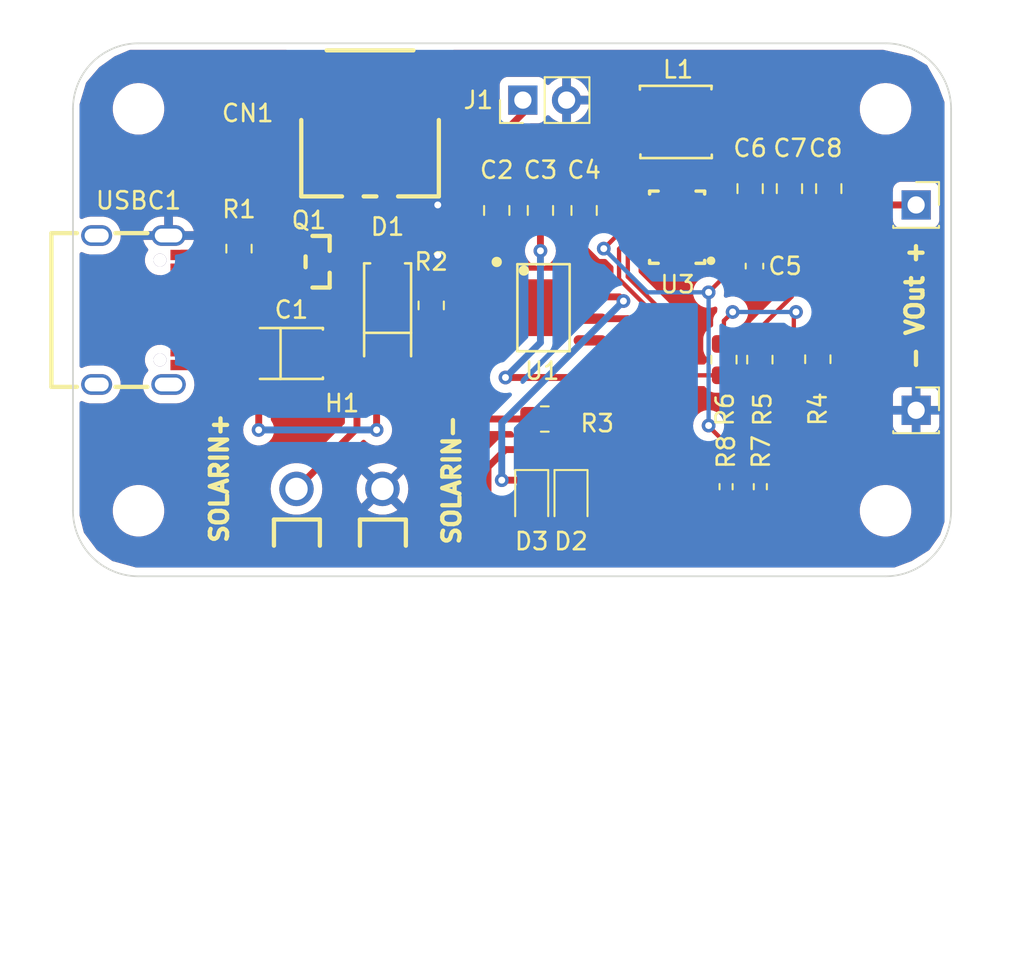
<source format=kicad_pcb>
(kicad_pcb (version 20221018) (generator pcbnew)
  (layers (0 "F.Cu" signal) (31 "B.Cu" signal) (34 "B.Paste" user) (35 "F.Paste" user) (36 "B.SilkS" user "B.Silkscreen") (37 "F.SilkS" user "F.Silkscreen") (38 "B.Mask" user) (39 "F.Mask" user) (44 "Edge.Cuts" user))
  (net 0 "")
  (net 1 "VIN")
  (net 2 "GND")
  (net 3 "VBat")
  (net 4 "VINA")
  (net 5 "VOut")
  (net 8 "+5V")
  (net 9 "Net-(D2-K)")
  (net 10 "Net-(D2-A)")
  (net 11 "Net-(D3-K)")
  (net 12 "Net-(L1-Pad2)")
  (net 13 "Net-(L1-Pad1)")
  (net 14 "VCCSolar")
  (net 15 "Net-(U1-ISET)")
  (net 16 "Net-(U3-FB)")
  (net 17 "PG")
  (net 18 "PS")
  (footprint "easyeda2kicad:IND-SMD_L4.0-W4.0" (layer "F.Cu") (at 138.684 73.406)
    (fp_text reference "L1" (at 0.127 -3.048) (layer "F.SilkS"))
    (fp_text value "PSPNAQ4030-1R5M")
    (fp_line (start -2.09 -2.1) (end -2.09 -1.88) (stroke (width 0.15)) (layer "F.SilkS"))
    (fp_line (start -2.06 1.89) (end -2.06 2.1) (stroke (width 0.15)) (layer "F.SilkS"))
    (fp_line (start -2.06 2.1) (end 2.09 2.1) (stroke (width 0.15)) (layer "F.SilkS"))
    (fp_line (start 2.07 -1.9) (end 2.08 -2.1) (stroke (width 0.15)) (layer "F.SilkS"))
    (fp_line (start 2.08 -2.1) (end -2.09 -2.1) (stroke (width 0.15)) (layer "F.SilkS"))
    (fp_line (start 2.09 2.1) (end 2.09 1.9) (stroke (width 0.15)) (layer "F.SilkS"))
    (pad "1" smd rect (at -1.6 0) (size 1.6 3.5) (layers "F.Cu" "F.Paste" "F.Mask") (net 13 "Net-(L1-Pad1)"))
    (pad "2" smd rect (at 1.6 0) (size 1.6 3.5) (layers "F.Cu" "F.Paste" "F.Mask") (net 12 "Net-(L1-Pad2)"))
  )
  (footprint "Resistor_SMD:R_0402_1005Metric" (layer "F.Cu") (at 143.595 94.613 -90)
    (fp_text reference "R7" (at -2.03 -0.042 90) (layer "F.SilkS"))
    (fp_text value "0")
    (fp_line (start -0.153641 -0.38) (end 0.153641 -0.38) (stroke (width 0.12)) (layer "F.SilkS"))
    (fp_line (start -0.153641 0.38) (end 0.153641 0.38) (stroke (width 0.12)) (layer "F.SilkS"))
    (pad "1" smd roundrect (at -0.51 0 270) (size 0.54 0.64) (layers "F.Cu" "F.Paste" "F.Mask") (net 4 "VINA"))
    (pad "2" smd roundrect (at 0.51 0 270) (size 0.54 0.64) (layers "F.Cu" "F.Paste" "F.Mask") (net 18 "PS"))
  )
  (footprint "easyeda2kicad:SOT-23_L2.9-W1.3-P1.90-LS2.4-BR" (layer "F.Cu") (at 117.856 81.534 180)
    (fp_text reference "Q1" (at 0.508 2.413) (layer "F.SilkS"))
    (fp_text value "AO3401A_C347476")
    (fp_line (start -0.7 -1.5) (end 0.3 -1.5) (stroke (width 0.25)) (layer "F.SilkS"))
    (fp_line (start -0.7 -0.64) (end -0.7 -1.5) (stroke (width 0.25)) (layer "F.SilkS"))
    (fp_line (start -0.7 1.5) (end -0.7 0.63) (stroke (width 0.25)) (layer "F.SilkS"))
    (fp_line (start -0.7 1.5) (end 0.3 1.5) (stroke (width 0.25)) (layer "F.SilkS"))
    (fp_line (start 0.7 0.31) (end 0.7 -0.32) (stroke (width 0.25)) (layer "F.SilkS"))
    (pad "1" smd rect (at 1.15 0.95) (size 1 0.8) (layers "F.Cu" "F.Paste" "F.Mask") (net 8 "+5V"))
    (pad "2" smd rect (at 1.15 -0.95) (size 1 0.8) (layers "F.Cu" "F.Paste" "F.Mask") (net 1 "VIN"))
    (pad "3" smd rect (at -1.15 0) (size 1 0.8) (layers "F.Cu" "F.Paste" "F.Mask") (net 14 "VCCSolar"))
  )
  (footprint "Capacitor_SMD:C_0805_2012Metric" (layer "F.Cu") (at 133.35 78.552 90)
    (fp_text reference "C4" (at 2.352 0 180) (layer "F.SilkS"))
    (fp_text value "10uF")
    (fp_line (start -0.261252 -0.735) (end 0.261252 -0.735) (stroke (width 0.12)) (layer "F.SilkS"))
    (fp_line (start -0.261252 0.735) (end 0.261252 0.735) (stroke (width 0.12)) (layer "F.SilkS"))
    (pad "1" smd roundrect (at -0.95 0 90) (size 1 1.45) (layers "F.Cu" "F.Paste" "F.Mask") (net 3 "VBat"))
    (pad "2" smd roundrect (at 0.95 0 90) (size 1 1.45) (layers "F.Cu" "F.Paste" "F.Mask") (net 2 "GND"))
  )
  (footprint "Resistor_SMD:R_0402_1005Metric" (layer "F.Cu") (at 141.605 94.613 -90)
    (fp_text reference "R8" (at -2.03 0 90) (layer "F.SilkS"))
    (fp_text value "0")
    (fp_line (start -0.153641 -0.38) (end 0.153641 -0.38) (stroke (width 0.12)) (layer "F.SilkS"))
    (fp_line (start -0.153641 0.38) (end 0.153641 0.38) (stroke (width 0.12)) (layer "F.SilkS"))
    (pad "1" smd roundrect (at -0.51 0 270) (size 0.54 0.64) (layers "F.Cu" "F.Paste" "F.Mask") (net 18 "PS"))
    (pad "2" smd roundrect (at 0.51 0 270) (size 0.54 0.64) (layers "F.Cu" "F.Paste" "F.Mask") (net 2 "GND"))
  )
  (footprint "Capacitor_SMD:C_0603_1608Metric" (layer "F.Cu") (at 143.256 81.788 -90)
    (fp_text reference "C5" (at 0 -1.778 -180) (layer "F.SilkS"))
    (fp_text value "100nF")
    (fp_line (start -0.14058 -0.51) (end 0.14058 -0.51) (stroke (width 0.12)) (layer "F.SilkS"))
    (fp_line (start -0.14058 0.51) (end 0.14058 0.51) (stroke (width 0.12)) (layer "F.SilkS"))
    (pad "1" smd roundrect (at -0.775 0 270) (size 0.9 0.95) (layers "F.Cu" "F.Paste" "F.Mask") (net 4 "VINA"))
    (pad "2" smd roundrect (at 0.775 0 270) (size 0.9 0.95) (layers "F.Cu" "F.Paste" "F.Mask") (net 2 "GND"))
  )
  (footprint "MountingHole:MountingHole_2.5mm" (layer "F.Cu") (at 107.442 96.012)
    (fp_text reference "REF**" hide)
    (fp_text value "MountingHole_2.5mm")
    (pad "" np_thru_hole circle (at 0 0) (size 2.5 2.5) (drill 2.5) (layers "*.Cu" "*.Mask"))
  )
  (footprint "Resistor_SMD:R_0805_2012Metric" (layer "F.Cu") (at 124.46 84.074 90)
    (fp_text reference "R2" (at 2.54 0 180) (layer "F.SilkS"))
    (fp_text value "3.6K")
    (fp_line (start -0.227064 -0.735) (end 0.227064 -0.735) (stroke (width 0.12)) (layer "F.SilkS"))
    (fp_line (start -0.227064 0.735) (end 0.227064 0.735) (stroke (width 0.12)) (layer "F.SilkS"))
    (pad "1" smd roundrect (at -0.9125 0 90) (size 1.025 1.4) (layers "F.Cu" "F.Paste" "F.Mask") (roundrect_rratio 0.243902) (net 15 "Net-(U1-ISET)"))
    (pad "2" smd roundrect (at 0.9125 0 90) (size 1.025 1.4) (layers "F.Cu" "F.Paste" "F.Mask") (roundrect_rratio 0.243902) (net 2 "GND"))
  )
  (footprint "Resistor_SMD:R_0805_2012Metric" (layer "F.Cu") (at 141.478 87.2255 -90)
    (fp_text reference "R6" (at 2.8975 -0.058 90) (layer "F.SilkS"))
    (fp_text value "1M")
    (fp_line (start -0.227064 -0.735) (end 0.227064 -0.735) (stroke (width 0.12)) (layer "F.SilkS"))
    (fp_line (start -0.227064 0.735) (end 0.227064 0.735) (stroke (width 0.12)) (layer "F.SilkS"))
    (pad "1" smd roundrect (at -0.9125 0 270) (size 1.025 1.4) (layers "F.Cu" "F.Paste" "F.Mask") (roundrect_rratio 0.243902) (net 5 "VOut"))
    (pad "2" smd roundrect (at 0.9125 0 270) (size 1.025 1.4) (layers "F.Cu" "F.Paste" "F.Mask") (roundrect_rratio 0.243902) (net 17 "PG"))
  )
  (footprint "easyeda2kicad:CONN-SMD_2001SMT-2P-WT" (layer "F.Cu") (at 120.904 73.914 180)
    (fp_text reference "CN1" (at 7.112 1.016) (layer "F.SilkS"))
    (fp_text value "2001SMT-2P_C132500")
    (fp_line (start -4 -3.82) (end -4 0.62) (stroke (width 0.25)) (layer "F.SilkS"))
    (fp_line (start -4 -3.82) (end -1.63 -3.82) (stroke (width 0.25)) (layer "F.SilkS"))
    (fp_line (start -2.52 4.67) (end 2.52 4.67) (stroke (width 0.25)) (layer "F.SilkS"))
    (fp_line (start -0.37 -3.82) (end 0.37 -3.82) (stroke (width 0.25)) (layer "F.SilkS"))
    (fp_line (start 1.63 -3.82) (end 4 -3.82) (stroke (width 0.25)) (layer "F.SilkS"))
    (fp_line (start 4 -3.82) (end 4 0.62) (stroke (width 0.25)) (layer "F.SilkS"))
    (pad "1" smd rect (at -1 -2.75 180) (size 0.8 3.5) (layers "F.Cu" "F.Paste" "F.Mask") (net 3 "VBat"))
    (pad "2" smd rect (at 1 -2.72 180) (size 0.8 3.5) (layers "F.Cu" "F.Paste" "F.Mask") (net 2 "GND"))
    (pad "3" smd rect (at 3.5 2.75 180) (size 1.5 3.8) (layers "F.Cu" "F.Paste" "F.Mask"))
    (pad "4" smd rect (at -3.5 2.75 180) (size 1.5 3.8) (layers "F.Cu" "F.Paste" "F.Mask"))
  )
  (footprint "Capacitor_SMD:C_0805_2012Metric" (layer "F.Cu") (at 143.002 77.282 90)
    (fp_text reference "C6" (at 2.352 0) (layer "F.SilkS"))
    (fp_text value "22uF")
    (fp_line (start -0.261252 -0.735) (end 0.261252 -0.735) (stroke (width 0.12)) (layer "F.SilkS"))
    (fp_line (start -0.261252 0.735) (end 0.261252 0.735) (stroke (width 0.12)) (layer "F.SilkS"))
    (pad "1" smd roundrect (at -0.95 0 90) (size 1 1.45) (layers "F.Cu" "F.Paste" "F.Mask") (net 5 "VOut"))
    (pad "2" smd roundrect (at 0.95 0 90) (size 1 1.45) (layers "F.Cu" "F.Paste" "F.Mask") (net 2 "GND"))
  )
  (footprint "Capacitor_SMD:C_0805_2012Metric" (layer "F.Cu") (at 128.27 78.552 90)
    (fp_text reference "C2" (at 2.352 0 180) (layer "F.SilkS"))
    (fp_text value "4.7uF")
    (fp_line (start -0.261252 -0.735) (end 0.261252 -0.735) (stroke (width 0.12)) (layer "F.SilkS"))
    (fp_line (start -0.261252 0.735) (end 0.261252 0.735) (stroke (width 0.12)) (layer "F.SilkS"))
    (pad "1" smd roundrect (at -0.95 0 90) (size 1 1.45) (layers "F.Cu" "F.Paste" "F.Mask") (net 3 "VBat"))
    (pad "2" smd roundrect (at 0.95 0 90) (size 1 1.45) (layers "F.Cu" "F.Paste" "F.Mask") (net 2 "GND"))
  )
  (footprint "easyeda2kicad:CAP-SMD_L3.5-W2.8-R-RD" (layer "F.Cu") (at 116.332 86.868 180)
    (fp_text reference "C1" (at 0 2.54) (layer "F.SilkS"))
    (fp_text value "CA45-B-16V-22UF-M")
    (fp_line (start -1.83 -1.48) (end -1.83 -1.39) (stroke (width 0.15)) (layer "F.SilkS"))
    (fp_line (start -1.83 -1.48) (end 1.83 -1.48) (stroke (width 0.15)) (layer "F.SilkS"))
    (fp_line (start -1.83 1.48) (end -1.83 1.39) (stroke (width 0.15)) (layer "F.SilkS"))
    (fp_line (start -1.83 1.48) (end 1.83 1.48) (stroke (width 0.15)) (layer "F.SilkS"))
    (fp_line (start 0.63 -1.48) (end 0.63 1.48) (stroke (width 0.15)) (layer "F.SilkS"))
    (pad "1" smd rect (at 1.9 0 180) (size 1.9 2.38) (layers "F.Cu" "F.Paste" "F.Mask") (net 1 "VIN"))
    (pad "2" smd rect (at -1.9 0 180) (size 1.9 2.38) (layers "F.Cu" "F.Paste" "F.Mask") (net 2 "GND"))
  )
  (footprint "Capacitor_SMD:C_0805_2012Metric" (layer "F.Cu") (at 147.574 77.282 90)
    (fp_text reference "C8" (at 2.352 -0.178 180) (layer "F.SilkS"))
    (fp_text value "22uF")
    (fp_line (start -0.261252 -0.735) (end 0.261252 -0.735) (stroke (width 0.12)) (layer "F.SilkS"))
    (fp_line (start -0.261252 0.735) (end 0.261252 0.735) (stroke (width 0.12)) (layer "F.SilkS"))
    (pad "1" smd roundrect (at -0.95 0 90) (size 1 1.45) (layers "F.Cu" "F.Paste" "F.Mask") (net 5 "VOut"))
    (pad "2" smd roundrect (at 0.95 0 90) (size 1 1.45) (layers "F.Cu" "F.Paste" "F.Mask") (net 2 "GND"))
  )
  (footprint "MountingHole:MountingHole_2.5mm" (layer "F.Cu") (at 150.876 96.012)
    (fp_text reference "REF**" hide)
    (fp_text value "MountingHole_2.5mm")
    (pad "" np_thru_hole circle (at 0 0) (size 2.5 2.5) (drill 2.5) (layers "*.Cu" "*.Mask"))
  )
  (footprint "Connector_PinSocket_2.54mm:PinSocket_1x01_P2.54mm_Vertical" (layer "F.Cu") (at 152.654 90.17)
    (fp_text reference "J3" hide)
    (fp_text value "Conn_01x01_Pin")
    (fp_line (start -1.33 1.21) (end -1.33 1.33) (stroke (width 0.12)) (layer "F.SilkS"))
    (fp_line (start -1.33 1.33) (end 1.33 1.33) (stroke (width 0.12)) (layer "F.SilkS"))
    (fp_line (start 0 -1.33) (end 1.33 -1.33) (stroke (width 0.12)) (layer "F.SilkS"))
    (fp_line (start 1.33 -1.33) (end 1.33 0) (stroke (width 0.12)) (layer "F.SilkS"))
    (fp_line (start 1.33 1.21) (end 1.33 1.33) (stroke (width 0.12)) (layer "F.SilkS"))
    (pad "1" thru_hole rect (at 0 0) (size 1.7 1.7) (drill 1) (layers "*.Cu" "*.Mask") (net 2 "GND"))
  )
  (footprint "easyeda2kicad:SOIC-8_L4.9-W3.9-P1.27-LS6.0-BL-EP3.3-1" (layer "F.Cu") (at 130.99 84.206 -90)
    (fp_text reference "U1" (at 3.678 0.0784 -180) (layer "F.SilkS"))
    (fp_text value "CN3063")
    (fp_line (start -2.53 -1.52) (end 2.53 -1.52) (stroke (width 0.15)) (layer "F.SilkS"))
    (fp_line (start -2.53 1.52) (end -2.53 -1.52) (stroke (width 0.15)) (layer "F.SilkS"))
    (fp_line (start 2.53 -1.52) (end 2.53 1.52) (stroke (width 0.15)) (layer "F.SilkS"))
    (fp_line (start 2.53 1.52) (end -2.53 1.52) (stroke (width 0.15)) (layer "F.SilkS"))
    (fp_circle (center -2.66 2.72) (end -2.51 2.72) (stroke (width 0.3)) (fill none) (layer "F.SilkS"))
    (fp_circle (center -2.16 1.14) (end -2.01 1.14) (stroke (width 0.3)) (fill none) (layer "F.SilkS"))
    (pad "1" smd oval (at -1.9 2.72 270) (size 0.6 1.94) (layers "F.Cu" "F.Paste" "F.Mask") (net 2 "GND"))
    (pad "2" smd oval (at -0.63 2.72 270) (size 0.6 1.94) (layers "F.Cu" "F.Paste" "F.Mask") (net 15 "Net-(U1-ISET)"))
    (pad "3" smd oval (at 0.64 2.72 270) (size 0.6 1.94) (layers "F.Cu" "F.Paste" "F.Mask") (net 2 "GND"))
    (pad "4" smd oval (at 1.9 2.72 270) (size 0.6 1.94) (layers "F.Cu" "F.Paste" "F.Mask") (net 1 "VIN"))
    (pad "5" smd oval (at 1.9 -2.72 270) (size 0.6 1.94) (layers "F.Cu" "F.Paste" "F.Mask") (net 3 "VBat"))
    (pad "6" smd oval (at 0.64 -2.72 270) (size 0.6 1.94) (layers "F.Cu" "F.Paste" "F.Mask") (net 9 "Net-(D2-K)"))
    (pad "7" smd oval (at -0.63 -2.72 270) (size 0.6 1.94) (layers "F.Cu" "F.Paste" "F.Mask") (net 11 "Net-(D3-K)"))
    (pad "8" smd oval (at -1.9 -2.72 270) (size 0.6 1.94) (layers "F.Cu" "F.Paste" "F.Mask") (net 3 "VBat"))
    (pad "9" smd rect (at 0 0 270) (size 3.3 2.4) (layers "F.Cu" "F.Paste" "F.Mask"))
  )
  (footprint "Connector_PinSocket_2.54mm:PinSocket_1x01_P2.54mm_Vertical" (layer "F.Cu") (at 152.654 78.232)
    (fp_text reference "J2" hide)
    (fp_text value "Conn_01x01_Pin")
    (fp_line (start -1.33 1.21) (end -1.33 1.33) (stroke (width 0.12)) (layer "F.SilkS"))
    (fp_line (start -1.33 1.33) (end 1.33 1.33) (stroke (width 0.12)) (layer "F.SilkS"))
    (fp_line (start 0 -1.33) (end 1.33 -1.33) (stroke (width 0.12)) (layer "F.SilkS"))
    (fp_line (start 1.33 -1.33) (end 1.33 0) (stroke (width 0.12)) (layer "F.SilkS"))
    (fp_line (start 1.33 1.21) (end 1.33 1.33) (stroke (width 0.12)) (layer "F.SilkS"))
    (pad "1" thru_hole rect (at 0 0) (size 1.7 1.7) (drill 1) (layers "*.Cu" "*.Mask") (net 5 "VOut"))
  )
  (footprint "MountingHole:MountingHole_2.5mm" (layer "F.Cu") (at 107.442 72.644)
    (fp_text reference "REF**" hide)
    (fp_text value "MountingHole_2.5mm")
    (pad "" np_thru_hole circle (at 0 0) (size 2.5 2.5) (drill 2.5) (layers "*.Cu" "*.Mask"))
  )
  (footprint "Resistor_SMD:R_0805_2012Metric" (layer "F.Cu") (at 113.284 80.772 90)
    (fp_text reference "R1" (at 2.286 0) (layer "F.SilkS"))
    (fp_text value "1K")
    (fp_line (start -0.227064 -0.735) (end 0.227064 -0.735) (stroke (width 0.12)) (layer "F.SilkS"))
    (fp_line (start -0.227064 0.735) (end 0.227064 0.735) (stroke (width 0.12)) (layer "F.SilkS"))
    (pad "1" smd roundrect (at -0.9125 0 90) (size 1.025 1.4) (layers "F.Cu" "F.Paste" "F.Mask") (roundrect_rratio 0.243902) (net 8 "+5V"))
    (pad "2" smd roundrect (at 0.9125 0 90) (size 1.025 1.4) (layers "F.Cu" "F.Paste" "F.Mask") (roundrect_rratio 0.243902) (net 2 "GND"))
  )
  (footprint "LED_SMD:LED_0805_2012Metric" (layer "F.Cu") (at 132.588 95.3285 -90)
    (fp_text reference "D2" (at 2.4615 0) (layer "F.SilkS"))
    (fp_text value "LED")
    (fp_line (start -1.685 -0.96) (end -1.685 0.96) (stroke (width 0.12)) (layer "F.SilkS"))
    (fp_line (start -1.685 0.96) (end 1 0.96) (stroke (width 0.12)) (layer "F.SilkS"))
    (fp_line (start 1 -0.96) (end -1.685 -0.96) (stroke (width 0.12)) (layer "F.SilkS"))
    (pad "1" smd roundrect (at -0.9375 0 270) (size 0.975 1.4) (layers "F.Cu" "F.Paste" "F.Mask") (net 9 "Net-(D2-K)"))
    (pad "2" smd roundrect (at 0.9375 0 270) (size 0.975 1.4) (layers "F.Cu" "F.Paste" "F.Mask") (net 10 "Net-(D2-A)"))
  )
  (footprint "easyeda2kicad:USB-C_SMD-TYPE-C-31-M-12" (layer "F.Cu") (at 107.4785 84.34 -90)
    (fp_text reference "USBC1" (at -6.362 0.0365) (layer "F.SilkS"))
    (fp_text value "TYPE-C-31-M-12")
    (fp_line (start -4.47 1.38) (end -4.47 -0.48) (stroke (width 0.25)) (layer "F.SilkS"))
    (fp_line (start -4.47 5.1) (end -4.47 3.62) (stroke (width 0.25)) (layer "F.SilkS"))
    (fp_line (start 4.47 1.38) (end 4.47 -0.48) (stroke (width 0.25)) (layer "F.SilkS"))
    (fp_line (start 4.47 5.1) (end -4.47 5.1) (stroke (width 0.25)) (layer "F.SilkS"))
    (fp_line (start 4.47 5.1) (end 4.47 3.62) (stroke (width 0.25)) (layer "F.SilkS"))
    (pad "" thru_hole circle (at -2.9 -1.21 270) (size 0.75 0.75) (drill 0.75) (layers "*.Cu" "*.Mask"))
    (pad "" thru_hole circle (at 2.9 -1.21 270) (size 0.75 0.75) (drill 0.75) (layers "*.Cu" "*.Mask"))
    (pad "0" thru_hole oval (at -4.33 -1.71 270) (size 1.2 2) (drill oval 0.799998 1.600022) (layers "*.Cu" "*.Mask") (net 2 "GND"))
    (pad "1" thru_hole oval (at 4.33 -1.71 270) (size 1.2 2) (drill oval 0.799998 1.599971) (layers "*.Cu" "*.Mask"))
    (pad "2" thru_hole oval (at 4.33 2.47 270) (size 1.2 1.8) (drill oval 0.799998 1.399997) (layers "*.Cu" "*.Mask"))
    (pad "3" thru_hole oval (at -4.33 2.47 270) (size 1.2 1.8) (drill oval 0.799998 1.399997) (layers "*.Cu" "*.Mask"))
    (pad "A1" smd rect (at -3.35 -2.47 270) (size 0.3 1.3) (layers "F.Cu" "F.Paste" "F.Mask") (net 2 "GND"))
    (pad "A4" smd rect (at -2.55 -2.47 270) (size 0.3 1.3) (layers "F.Cu" "F.Paste" "F.Mask") (net 8 "+5V"))
    (pad "A5" smd rect (at -1.25 -2.47 270) (size 0.3 1.3) (layers "F.Cu" "F.Paste" "F.Mask"))
    (pad "A6" smd rect (at -0.25 -2.47 270) (size 0.3 1.3) (layers "F.Cu" "F.Paste" "F.Mask"))
    (pad "A7" smd rect (at 0.25 -2.47 270) (size 0.3 1.3) (layers "F.Cu" "F.Paste" "F.Mask"))
    (pad "A8" smd rect (at 1.25 -2.47 270) (size 0.3 1.3) (layers "F.Cu" "F.Paste" "F.Mask"))
    (pad "A9" smd rect (at 2.55 -2.47 270) (size 0.3 1.3) (layers "F.Cu" "F.Paste" "F.Mask") (net 8 "+5V"))
    (pad "A12" smd rect (at 3.35 -2.47 270) (size 0.3 1.3) (layers "F.Cu" "F.Paste" "F.Mask") (net 2 "GND"))
    (pad "B1" smd rect (at 3.05 -2.47 270) (size 0.3 1.3) (layers "F.Cu" "F.Paste" "F.Mask") (net 2 "GND"))
    (pad "B4" smd rect (at 2.25 -2.47 270) (size 0.3 1.3) (layers "F.Cu" "F.Paste" "F.Mask") (net 8 "+5V"))
    (pad "B5" smd rect (at 1.75 -2.47 270) (size 0.3 1.3) (layers "F.Cu" "F.Paste" "F.Mask"))
    (pad "B6" smd rect (at 0.75 -2.47 270) (size 0.3 1.3) (layers "F.Cu" "F.Paste" "F.Mask"))
    (pad "B7" smd rect (at -0.75 -2.47 270) (size 0.3 1.3) (layers "F.Cu" "F.Paste" "F.Mask"))
    (pad "B8" smd rect (at -1.75 -2.47 270) (size 0.3 1.3) (layers "F.Cu" "F.Paste" "F.Mask"))
    (pad "B9" smd rect (at -2.25 -2.47 270) (size 0.3 1.3) (layers "F.Cu" "F.Paste" "F.Mask") (net 8 "+5V"))
    (pad "B12" smd rect (at -3.05 -2.47 270) (size 0.3 1.3) (layers "F.Cu" "F.Paste" "F.Mask") (net 2 "GND"))
  )
  (footprint "Resistor_SMD:R_0805_2012Metric" (layer "F.Cu") (at 146.939 87.202 -90)
    (fp_text reference "R4" (at 2.8975 0 90) (layer "F.SilkS"))
    (fp_text value "1M")
    (fp_line (start -0.227064 -0.735) (end 0.227064 -0.735) (stroke (width 0.12)) (layer "F.SilkS"))
    (fp_line (start -0.227064 0.735) (end 0.227064 0.735) (stroke (width 0.12)) (layer "F.SilkS"))
    (pad "1" smd roundrect (at -0.9125 0 270) (size 1.025 1.4) (layers "F.Cu" "F.Paste" "F.Mask") (roundrect_rratio 0.243902) (net 5 "VOut"))
    (pad "2" smd roundrect (at 0.9125 0 270) (size 1.025 1.4) (layers "F.Cu" "F.Paste" "F.Mask") (roundrect_rratio 0.243902) (net 16 "Net-(U3-FB)"))
  )
  (footprint "Connector_PinHeader_2.54mm:PinHeader_1x02_P2.54mm_Vertical" (layer "F.Cu") (at 129.789 72.136 90)
    (fp_text reference "J1" (at 0 -2.5858 180) (layer "F.SilkS"))
    (fp_text value "Conn_01x02_Pin")
    (fp_line (start -1.33 -1.33) (end 0 -1.33) (stroke (width 0.12)) (layer "F.SilkS"))
    (fp_line (start -1.33 0) (end -1.33 -1.33) (stroke (width 0.12)) (layer "F.SilkS"))
    (fp_line (start -1.33 1.27) (end -1.33 3.87) (stroke (width 0.12)) (layer "F.SilkS"))
    (fp_line (start -1.33 1.27) (end 1.33 1.27) (stroke (width 0.12)) (layer "F.SilkS"))
    (fp_line (start -1.33 3.87) (end 1.33 3.87) (stroke (width 0.12)) (layer "F.SilkS"))
    (fp_line (start 1.33 1.27) (end 1.33 3.87) (stroke (width 0.12)) (layer "F.SilkS"))
    (pad "1" thru_hole rect (at 0 0 90) (size 1.7 1.7) (drill 1) (layers "*.Cu" "*.Mask") (net 3 "VBat"))
    (pad "2" thru_hole oval (at 0 2.54 90) (size 1.7 1.7) (drill 1) (layers "*.Cu" "*.Mask") (net 2 "GND"))
  )
  (footprint "Capacitor_SMD:C_0805_2012Metric" (layer "F.Cu") (at 130.81 78.552 90)
    (fp_text reference "C3" (at 2.352 0) (layer "F.SilkS"))
    (fp_text value "10uF")
    (fp_line (start -0.261252 -0.735) (end 0.261252 -0.735) (stroke (width 0.12)) (layer "F.SilkS"))
    (fp_line (start -0.261252 0.735) (end 0.261252 0.735) (stroke (width 0.12)) (layer "F.SilkS"))
    (pad "1" smd roundrect (at -0.95 0 90) (size 1 1.45) (layers "F.Cu" "F.Paste" "F.Mask") (net 3 "VBat"))
    (pad "2" smd roundrect (at 0.95 0 90) (size 1 1.45) (layers "F.Cu" "F.Paste" "F.Mask") (net 2 "GND"))
  )
  (footprint "Resistor_SMD:R_0805_2012Metric" (layer "F.Cu") (at 143.568 87.2255 -90)
    (fp_text reference "R5" (at 2.8975 -0.156 90) (layer "F.SilkS"))
    (fp_text value "180K")
    (fp_line (start -0.227064 -0.735) (end 0.227064 -0.735) (stroke (width 0.12)) (layer "F.SilkS"))
    (fp_line (start -0.227064 0.735) (end 0.227064 0.735) (stroke (width 0.12)) (layer "F.SilkS"))
    (pad "1" smd roundrect (at -0.9125 0 270) (size 1.025 1.4) (layers "F.Cu" "F.Paste" "F.Mask") (roundrect_rratio 0.243902) (net 16 "Net-(U3-FB)"))
    (pad "2" smd roundrect (at 0.9125 0 270) (size 1.025 1.4) (layers "F.Cu" "F.Paste" "F.Mask") (roundrect_rratio 0.243902) (net 2 "GND"))
  )
  (footprint "LED_SMD:LED_0805_2012Metric" (layer "F.Cu") (at 130.302 95.3285 -90)
    (fp_text reference "D3" (at 2.4615 0 -180) (layer "F.SilkS"))
    (fp_text value "LED")
    (fp_line (start -1.685 -0.96) (end -1.685 0.96) (stroke (width 0.12)) (layer "F.SilkS"))
    (fp_line (start -1.685 0.96) (end 1 0.96) (stroke (width 0.12)) (layer "F.SilkS"))
    (fp_line (start 1 -0.96) (end -1.685 -0.96) (stroke (width 0.12)) (layer "F.SilkS"))
    (pad "1" smd roundrect (at -0.9375 0 270) (size 0.975 1.4) (layers "F.Cu" "F.Paste" "F.Mask") (net 11 "Net-(D3-K)"))
    (pad "2" smd roundrect (at 0.9375 0 270) (size 0.975 1.4) (layers "F.Cu" "F.Paste" "F.Mask") (net 10 "Net-(D2-A)"))
  )
  (footprint "Capacitor_SMD:C_0805_2012Metric" (layer "F.Cu") (at 145.288 77.282 90)
    (fp_text reference "C7" (at 2.352 0.038 180) (layer "F.SilkS"))
    (fp_text value "22uF")
    (fp_line (start -0.261252 -0.735) (end 0.261252 -0.735) (stroke (width 0.12)) (layer "F.SilkS"))
    (fp_line (start -0.261252 0.735) (end 0.261252 0.735) (stroke (width 0.12)) (layer "F.SilkS"))
    (pad "1" smd roundrect (at -0.95 0 90) (size 1 1.45) (layers "F.Cu" "F.Paste" "F.Mask") (net 5 "VOut"))
    (pad "2" smd roundrect (at 0.95 0 90) (size 1 1.45) (layers "F.Cu" "F.Paste" "F.Mask") (net 2 "GND"))
  )
  (footprint "Resistor_SMD:R_0805_2012Metric" (layer "F.Cu") (at 131.064 90.678)
    (fp_text reference "R3" (at 3.048 0.254) (layer "F.SilkS"))
    (fp_text value "1K")
    (fp_line (start -0.227064 -0.735) (end 0.227064 -0.735) (stroke (width 0.12)) (layer "F.SilkS"))
    (fp_line (start -0.227064 0.735) (end 0.227064 0.735) (stroke (width 0.12)) (layer "F.SilkS"))
    (pad "1" smd roundrect (at -0.9125 0) (size 1.025 1.4) (layers "F.Cu" "F.Paste" "F.Mask") (roundrect_rratio 0.243902) (net 1 "VIN"))
    (pad "2" smd roundrect (at 0.9125 0) (size 1.025 1.4) (layers "F.Cu" "F.Paste" "F.Mask") (roundrect_rratio 0.243902) (net 10 "Net-(D2-A)"))
  )
  (footprint "easyeda2kicad:SMA_L4.2-W2.6-LS5.3-RD" (layer "F.Cu") (at 121.92 84.328 90)
    (fp_text reference "D1" (at 4.826 0 180) (layer "F.SilkS"))
    (fp_text value "SS14")
    (fp_line (start -2.7 -1.36) (end 2.7 -1.36) (stroke (width 0.15)) (layer "F.SilkS"))
    (fp_line (start -2.7 1.37) (end 2.7 1.37) (stroke (width 0.15)) (layer "F.SilkS"))
    (fp_line (start -1.34 -1.36) (end -1.34 1.37) (stroke (width 0.15)) (layer "F.SilkS"))
    (fp_line (start 2.7 -1.36) (end 2.7 -1.01) (stroke (width 0.15)) (layer "F.SilkS"))
    (fp_line (start 2.7 1.37) (end 2.7 1.02) (stroke (width 0.15)) (layer "F.SilkS"))
    (pad "1" smd rect (at -2.57 0 90) (size 2.2 1.7) (layers "F.Cu" "F.Paste" "F.Mask") (net 1 "VIN"))
    (pad "2" smd rect (at 2.57 0 90) (size 2.2 1.7) (layers "F.Cu" "F.Paste" "F.Mask") (net 8 "+5V"))
  )
  (footprint "easyeda2kicad:VSON-14_L4.0-W3.0-P0.50-BL-EP_TI_DSJ" (layer "F.Cu") (at 138.758 79.526 90)
    (fp_text reference "U3" (at -3.3288 0.0276 180) (layer "F.SilkS"))
    (fp_text value "TPS63020DSJR")
    (fp_line (start -2.1 -1.6) (end -1.93 -1.6) (stroke (width 0.2)) (layer "F.SilkS"))
    (fp_line (start -2.1 -1.1) (end -2.1 -1.6) (stroke (width 0.2)) (layer "F.SilkS"))
    (fp_line (start -2.1 1.6) (end -2.1 1.1) (stroke (width 0.2)) (layer "F.SilkS"))
    (fp_line (start -1.93 1.6) (end -2.1 1.6) (stroke (width 0.2)) (layer "F.SilkS"))
    (fp_line (start 2.1 -1.6) (end 1.93 -1.6) (stroke (width 0.2)) (layer "F.SilkS"))
    (fp_line (start 2.1 -1.1) (end 2.1 -1.6) (stroke (width 0.2)) (layer "F.SilkS"))
    (fp_line (start 2.1 1.1) (end 2.1 1.6) (stroke (width 0.2)) (layer "F.SilkS"))
    (fp_line (start 2.1 1.6) (end 1.93 1.6) (stroke (width 0.2)) (layer "F.SilkS"))
    (fp_arc (start -1.95 1.97) (mid -1.95 1.97) (end -1.95 1.97) (stroke (width 0.25)) (layer "F.SilkS"))
    (pad "1" smd rect (at -1.5 1.45 90) (size 0.25 0.7) (layers "F.Cu" "F.Paste" "F.Mask") (net 4 "VINA"))
    (pad "2" smd rect (at -1 1.45 90) (size 0.25 0.7) (layers "F.Cu" "F.Paste" "F.Mask") (net 2 "GND"))
    (pad "3" smd rect (at -0.5 1.45 90) (size 0.25 0.7) (layers "F.Cu" "F.Paste" "F.Mask") (net 16 "Net-(U3-FB)"))
    (pad "4" smd rect (at 0 1.45 90) (size 0.25 0.7) (layers "F.Cu" "F.Paste" "F.Mask") (net 5 "VOut"))
    (pad "5" smd rect (at 0.5 1.45 90) (size 0.25 0.7) (layers "F.Cu" "F.Paste" "F.Mask") (net 5 "VOut"))
    (pad "6" smd rect (at 1 1.45 90) (size 0.25 0.7) (layers "F.Cu" "F.Paste" "F.Mask") (net 12 "Net-(L1-Pad2)"))
    (pad "7" smd rect (at 1.5 1.45 90) (size 0.25 0.7) (layers "F.Cu" "F.Paste" "F.Mask") (net 12 "Net-(L1-Pad2)"))
    (pad "8" smd rect (at 1.5 -1.45 90) (size 0.25 0.7) (layers "F.Cu" "F.Paste" "F.Mask") (net 13 "Net-(L1-Pad1)"))
    (pad "9" smd rect (at 1 -1.45 90) (size 0.25 0.7) (layers "F.Cu" "F.Paste" "F.Mask") (net 13 "Net-(L1-Pad1)"))
    (pad "10" smd rect (at 0.5 -1.45 270) (size 0.25 0.7) (layers "F.Cu" "F.Paste" "F.Mask") (net 3 "VBat"))
    (pad "11" smd rect (at 0 -1.45 270) (size 0.25 0.7) (layers "F.Cu" "F.Paste" "F.Mask") (net 3 "VBat"))
    (pad "12" smd rect (at -0.5 -1.45 270) (size 0.25 0.7) (layers "F.Cu" "F.Paste" "F.Mask") (net 4 "VINA"))
    (pad "13" smd rect (at -1 -1.45 270) (size 0.25 0.7) (layers "F.Cu" "F.Paste" "F.Mask") (net 18 "PS"))
    (pad "14" smd rect (at -1.5 -1.45 270) (size 0.25 0.7) (layers "F.Cu" "F.Paste" "F.Mask") (net 17 "PG"))
    (pad "15" smd custom (at 0 0 90) (size 1 1) (layers "F.Cu" "F.Paste" "F.Mask") (net 2 "GND") (options (clearance outline) (anchor circle)) (primitives (gr_poly (pts (xy -2.2 -0.79) (xy -2.2 -0.59) (xy -1.43 -0.59) (xy -1.43 -0.33) (xy -2.2 -0.33) (xy -2.2 -0.13) (xy -1.43 -0.13) (xy -1.43 0.13) (xy -2.2 0.13) (xy -2.2 0.33) (xy -1.43 0.33) (xy -1.43 0.59) (xy -2.2 0.59) (xy -2.2 0.79) (xy 2.2 0.79) (xy 2.2 0.59) (xy 1.43 0.59) (xy 1.43 0.33) (xy 2.2 0.33) (xy 2.2 0.13) (xy 1.43 0.13) (xy 1.43 -0.13) (xy 2.2 -0.13) (xy 2.2 -0.33) (xy 1.43 -0.33) (xy 1.43 -0.59) (xy 2.2 -0.59) (xy 2.2 -0.79) (xy -2.2 -0.79)) (width 0.1) (fill yes))))
  )
  (footprint "easyeda2kicad:CONN-TH_2P-P5.00_L7.6-W10.0" (layer "F.Cu") (at 119.126 94.742)
    (fp_text reference "H1" (at 0.1524 -4.9784) (layer "F.SilkS"))
    (fp_text value "DB301V-5.0-2P")
    (fp_line (start -3.81 1.78) (end -1.14 1.78) (stroke (width 0.25)) (layer "F.SilkS"))
    (fp_line (start -3.81 3.3) (end -3.81 1.78) (stroke (width 0.25)) (layer "F.SilkS"))
    (fp_line (start -1.14 1.78) (end -1.14 3.3) (stroke (width 0.25)) (layer "F.SilkS"))
    (fp_line (start 1.19 1.78) (end 3.86 1.78) (stroke (width 0.25)) (layer "F.SilkS"))
    (fp_line (start 1.19 3.3) (end 1.19 1.78) (stroke (width 0.25)) (layer "F.SilkS"))
    (fp_line (start 3.86 1.78) (end 3.86 3.3) (stroke (width 0.25)) (layer "F.SilkS"))
    (pad "1" thru_hole circle (at -2.5 0) (size 2 2) (drill 1.300023) (layers "*.Cu" "*.Mask") (net 14 "VCCSolar"))
    (pad "2" thru_hole circle (at 2.5 0) (size 2 2) (drill 1.300023) (layers "*.Cu" "*.Mask") (net 2 "GND"))
  )
  (footprint "MountingHole:MountingHole_2.5mm" (layer "F.Cu") (at 150.876 72.644)
    (fp_text reference "REF**" hide)
    (fp_text value "MountingHole_2.5mm")
    (pad "" np_thru_hole circle (at 0 0) (size 2.5 2.5) (drill 2.5) (layers "*.Cu" "*.Mask"))
  )
  (gr_line (start 103.632 72.644) (end 103.632 96.012) (stroke (width 0.1)) (layer "Edge.Cuts"))
  (gr_arc (start 103.632 72.644) (mid 104.747923 69.949923) (end 107.442 68.834) (stroke (width 0.1)) (layer "Edge.Cuts"))
  (gr_arc (start 150.876 68.834) (mid 153.570077 69.949923) (end 154.686 72.644) (stroke (width 0.1)) (layer "Edge.Cuts"))
  (gr_line (start 154.686 96.012) (end 154.686 72.644) (stroke (width 0.1)) (layer "Edge.Cuts"))
  (gr_line (start 107.442 99.822) (end 150.876 99.822) (stroke (width 0.1)) (layer "Edge.Cuts"))
  (gr_line (start 150.876 68.834) (end 107.442 68.834) (stroke (width 0.1)) (layer "Edge.Cuts"))
  (gr_arc (start 154.686 96.012) (mid 153.570077 98.706077) (end 150.876 99.822) (stroke (width 0.1)) (layer "Edge.Cuts"))
  (gr_arc (start 107.442 99.822) (mid 104.747923 98.706077) (end 103.632 96.012) (stroke (width 0.1)) (layer "Edge.Cuts"))
  (gr_text "- VOut +" (at 153.162 87.9348 90) (layer "F.SilkS") (effects (font (size 1 1) (thickness 0.25) bold) (justify left bottom)))
  (gr_text "SOLARIN+" (at 112.7252 97.9932 90) (layer "F.SilkS") (effects (font (size 1 1) (thickness 0.25) bold) (justify left bottom)))
  (gr_text "SOLARIN-" (at 126.238 98.0948 90) (layer "F.SilkS") (effects (font (size 1 1) (thickness 0.25) bold) (justify left bottom)))
  (segment (start 121.92 89.408) (end 121.92 86.898) (width 0.4) (layer "F.Cu") (net 1))
  (segment (start 123.19 90.678) (end 121.92 89.408) (width 0.4) (layer "F.Cu") (net 1))
  (segment (start 121.92 89.154) (end 121.285 89.789) (width 0.4) (layer "F.Cu") (net 1))
  (segment (start 121.92 86.898) (end 125.192 86.898) (width 0.4) (layer "F.Cu") (net 1))
  (segment (start 125.984 86.106) (end 128.27 86.106) (width 0.4) (layer "F.Cu") (net 1))
  (segment (start 114.432 91.308) (end 114.432 86.868) (width 0.4) (layer "F.Cu") (net 1))
  (segment (start 125.192 86.898) (end 125.984 86.106) (width 0.4) (layer "F.Cu") (net 1))
  (segment (start 114.432 84.758) (end 116.706 82.484) (width 0.4) (layer "F.Cu") (net 1))
  (segment (start 114.427 91.313) (end 114.432 91.308) (width 0.4) (layer "F.Cu") (net 1))
  (segment (start 130.1515 90.678) (end 123.19 90.678) (width 0.4) (layer "F.Cu") (net 1))
  (segment (start 121.285 89.789) (end 121.285 91.313) (width 0.4) (layer "F.Cu") (net 1))
  (segment (start 114.432 86.868) (end 114.432 84.758) (width 0.4) (layer "F.Cu") (net 1))
  (segment (start 121.92 86.898) (end 121.92 89.154) (width 0.4) (layer "F.Cu") (net 1))
  (via (at 121.285 91.313) (size 0.8) (drill 0.4) (layers "F.Cu" "B.Cu") (net 1))
  (via (at 114.427 91.313) (size 0.8) (drill 0.4) (layers "F.Cu" "B.Cu") (net 1))
  (segment (start 121.285 91.313) (end 114.427 91.313) (width 0.4) (layer "B.Cu") (net 1))
  (segment (start 125.148174 85.824) (end 123.543 85.824) (width 0.25) (layer "F.Cu") (net 2))
  (segment (start 126.126174 84.846) (end 125.148174 85.824) (width 0.25) (layer "F.Cu") (net 2))
  (segment (start 142.490182 80.526) (end 143.133182 79.883) (width 0.25) (layer "F.Cu") (net 2))
  (segment (start 139.758 80.526) (end 138.758 79.526) (width 0.25) (layer "F.Cu") (net 2))
  (segment (start 123.063 85.344) (end 123.063 83.439) (width 0.25) (layer "F.Cu") (net 2))
  (segment (start 123.063 83.439) (end 123.3405 83.1615) (width 0.25) (layer "F.Cu") (net 2))
  (segment (start 143.133182 79.883) (end 144.145 79.883) (width 0.25) (layer "F.Cu") (net 2))
  (segment (start 140.208 80.526) (end 142.490182 80.526) (width 0.25) (layer "F.Cu") (net 2))
  (segment (start 128.27 77.602) (end 125.471 77.602) (width 0.25) (layer "F.Cu") (net 2))
  (segment (start 123.3405 83.1615) (end 124.46 83.1615) (width 0.25) (layer "F.Cu") (net 2))
  (segment (start 144.386 82.563) (end 143.256 82.563) (width 0.25) (layer "F.Cu") (net 2))
  (segment (start 144.145 79.883) (end 144.78 80.518) (width 0.25) (layer "F.Cu") (net 2))
  (segment (start 123.543 85.824) (end 123.063 85.344) (width 0.25) (layer "F.Cu") (net 2))
  (segment (start 140.208 80.526) (end 139.758 80.526) (width 0.25) (layer "F.Cu") (net 2))
  (segment (start 128.27 84.846) (end 126.126174 84.846) (width 0.25) (layer "F.Cu") (net 2))
  (segment (start 125.471 77.602) (end 124.841 78.232) (width 0.25) (layer "F.Cu") (net 2))
  (segment (start 144.78 82.169) (end 144.386 82.563) (width 0.25) (layer "F.Cu") (net 2))
  (segment (start 144.78 80.518) (end 144.78 82.169) (width 0.25) (layer "F.Cu") (net 2))
  (via (at 124.841 78.232) (size 0.8) (drill 0.4) (layers "F.Cu" "B.Cu") (net 2))
  (via (at 124.841 81.153) (size 0.8) (drill 0.4) (layers "F.Cu" "B.Cu") (net 2))
  (segment (start 124.841 78.232) (end 124.841 81.153) (width 0.25) (layer "B.Cu") (net 2))
  (segment (start 121.904 78.724) (end 122.682 79.502) (width 0.4) (layer "F.Cu") (net 3))
  (segment (start 134.531 81.572) (end 134.161629 81.572) (width 0.4) (layer "F.Cu") (net 3))
  (segment (start 134.857 81.898) (end 134.531 81.572) (width 0.4) (layer "F.Cu") (net 3))
  (segment (start 130.81 79.502) (end 133.35 79.502) (width 0.4) (layer "F.Cu") (net 3))
  (segment (start 136.549 79.526) (end 137.308 79.526) (width 0.25) (layer "F.Cu") (net 3))
  (segment (start 136.493 79.026) (end 136.271 79.248) (width 0.25) (layer "F.Cu") (net 3))
  (segment (start 128.27 74.422) (end 129.789 72.903) (width 0.4) (layer "F.Cu") (net 3))
  (segment (start 133.71 82.306) (end 134.857 82.306) (width 0.4) (layer "F.Cu") (net 3))
  (segment (start 135.382 86.106) (end 133.71 86.106) (width 0.4) (layer "F.Cu") (net 3))
  (segment (start 122.682 79.502) (end 128.27 79.502) (width 0.4) (layer "F.Cu") (net 3))
  (segment (start 135.128 79.248) (end 136.271 79.248) (width 0.4) (layer "F.Cu") (net 3))
  (segment (start 128.778 88.265) (end 135.001 88.265) (width 0.4) (layer "F.Cu") (net 3))
  (segment (start 128.27 79.502) (end 130.81 79.502) (width 0.4) (layer "F.Cu") (net 3))
  (segment (start 129.789 72.903) (end 129.789 72.136) (width 0.4) (layer "F.Cu") (net 3))
  (segment (start 124.146 74.422) (end 128.27 74.422) (width 0.4) (layer "F.Cu") (net 3))
  (segment (start 137.308 79.026) (end 136.493 79.026) (width 0.25) (layer "F.Cu") (net 3))
  (segment (start 133.35 80.760371) (end 133.35 79.502) (width 0.4) (layer "F.Cu") (net 3))
  (segment (start 134.874 79.502) (end 133.35 79.502) (width 0.4) (layer "F.Cu") (net 3))
  (segment (start 134.857 82.306) (end 134.857 81.898) (width 0.4) (layer "F.Cu") (net 3))
  (segment (start 136.017 86.741) (end 135.382 86.106) (width 0.4) (layer "F.Cu") (net 3))
  (segment (start 136.017 87.249) (end 136.017 86.741) (width 0.4) (layer "F.Cu") (net 3))
  (segment (start 134.161629 81.572) (end 133.35 80.760371) (width 0.4) (layer "F.Cu") (net 3))
  (segment (start 136.271 79.248) (end 136.549 79.526) (width 0.25) (layer "F.Cu") (net 3))
  (segment (start 135.001 88.265) (end 136.017 87.249) (width 0.4) (layer "F.Cu") (net 3))
  (segment (start 121.904 76.664) (end 121.904 78.724) (width 0.4) (layer "F.Cu") (net 3))
  (segment (start 134.874 79.502) (end 135.128 79.248) (width 0.4) (layer "F.Cu") (net 3))
  (segment (start 130.81 79.502) (end 130.81 80.899) (width 0.4) (layer "F.Cu") (net 3))
  (segment (start 121.904 76.664) (end 124.146 74.422) (width 0.4) (layer "F.Cu") (net 3))
  (via (at 130.81 80.899) (size 0.8) (drill 0.4) (layers "F.Cu" "B.Cu") (net 3))
  (via (at 128.778 88.265) (size 0.8) (drill 0.4) (layers "F.Cu" "B.Cu") (net 3))
  (segment (start 130.81 86.233) (end 128.778 88.265) (width 0.4) (layer "B.Cu") (net 3))
  (segment (start 130.81 80.899) (end 130.81 86.233) (width 0.4) (layer "B.Cu") (net 3))
  (segment (start 140.208 81.026) (end 143.243 81.026) (width 0.25) (layer "F.Cu") (net 4))
  (segment (start 143.243 81.026) (end 143.256 81.013) (width 0.25) (layer "F.Cu") (net 4))
  (segment (start 140.589 91.097) (end 143.595 94.103) (width 0.25) (layer "F.Cu") (net 4))
  (segment (start 137.308 80.026) (end 135.239 80.026) (width 0.25) (layer "F.Cu") (net 4))
  (segment (start 140.589 83.312) (end 142.888 81.013) (width 0.25) (layer "F.Cu") (net 4))
  (segment (start 142.888 81.013) (end 143.256 81.013) (width 0.25) (layer "F.Cu") (net 4))
  (segment (start 135.239 80.026) (end 134.493 80.772) (width 0.25) (layer "F.Cu") (net 4))
  (segment (start 140.589 91.059) (end 140.589 91.097) (width 0.25) (layer "F.Cu") (net 4))
  (via (at 134.493 80.772) (size 0.8) (drill 0.4) (layers "F.Cu" "B.Cu") (net 4))
  (via (at 140.589 83.312) (size 0.8) (drill 0.4) (layers "F.Cu" "B.Cu") (net 4))
  (via (at 140.589 91.059) (size 0.8) (drill 0.4) (layers "F.Cu" "B.Cu") (net 4))
  (segment (start 137.033 83.312) (end 140.589 83.312) (width 0.25) (layer "B.Cu") (net 4))
  (segment (start 134.493 80.772) (end 137.033 83.312) (width 0.25) (layer "B.Cu") (net 4))
  (segment (start 140.589 83.312) (end 140.589 91.059) (width 0.25) (layer "B.Cu") (net 4))
  (segment (start 145.542 85.852) (end 145.9795 86.2895) (width 0.25) (layer "F.Cu") (net 5))
  (segment (start 146.939 80.899) (end 147.574 80.264) (width 0.25) (layer "F.Cu") (net 5))
  (segment (start 147.574 78.232) (end 152.654 78.232) (width 0.4) (layer "F.Cu") (net 5))
  (segment (start 141.478 86.313) (end 141.478 84.963) (width 0.25) (layer "F.Cu") (net 5))
  (segment (start 145.288 78.232) (end 147.574 78.232) (width 0.4) (layer "F.Cu") (net 5))
  (segment (start 141.351 79.248) (end 141.986 79.248) (width 0.4) (layer "F.Cu") (net 5))
  (segment (start 145.9795 86.2895) (end 146.939 86.2895) (width 0.25) (layer "F.Cu") (net 5))
  (segment (start 141.351 79.248) (end 141.129 79.026) (width 0.25) (layer "F.Cu") (net 5))
  (segment (start 141.073 79.526) (end 140.208 79.526) (width 0.25) (layer "F.Cu") (net 5))
  (segment (start 141.986 79.248) (end 143.002 78.232) (width 0.4) (layer "F.Cu") (net 5))
  (segment (start 143.002 78.232) (end 145.288 78.232) (width 0.4) (layer "F.Cu") (net 5))
  (segment (start 145.542 84.582) (end 145.542 85.852) (width 0.25) (layer "F.Cu") (net 5))
  (segment (start 145.669 84.455) (end 145.542 84.582) (width 0.25) (layer "F.Cu") (net 5))
  (segment (start 146.939 86.2895) (end 146.939 80.899) (width 0.25) (layer "F.Cu") (net 5))
  (segment (start 141.351 79.248) (end 141.073 79.526) (width 0.25) (layer "F.Cu") (net 5))
  (segment (start 147.574 80.264) (end 147.574 78.232) (width 0.25) (layer "F.Cu") (net 5))
  (segment (start 141.478 84.963) (end 141.986 84.455) (width 0.25) (layer "F.Cu") (net 5))
  (segment (start 141.129 79.026) (end 140.208 79.026) (width 0.25) (layer "F.Cu") (net 5))
  (via (at 141.986 84.455) (size 0.8) (drill 0.4) (layers "F.Cu" "B.Cu") (net 5))
  (via (at 145.669 84.455) (size 0.8) (drill 0.4) (layers "F.Cu" "B.Cu") (net 5))
  (segment (start 141.986 84.455) (end 145.669 84.455) (width 0.25) (layer "B.Cu") (net 5))
  (segment (start 113.284 81.6845) (end 115.6055 81.6845) (width 0.4) (layer "F.Cu") (net 8))
  (segment (start 115.6055 81.6845) (end 116.706 80.584) (width 0.4) (layer "F.Cu") (net 8))
  (segment (start 116.706 80.584) (end 120.746 80.584) (width 0.4) (layer "F.Cu") (net 8))
  (segment (start 113.1285 81.84) (end 109.9485 81.84) (width 0.4) (layer "F.Cu") (net 8))
  (segment (start 111.226 86.64) (end 109.9485 86.64) (width 0.4) (layer "F.Cu") (net 8))
  (segment (start 113.284 81.6845) (end 113.284 84.582) (width 0.4) (layer "F.Cu") (net 8))
  (segment (start 113.284 81.6845) (end 113.1285 81.84) (width 0.4) (layer "F.Cu") (net 8))
  (segment (start 120.746 80.584) (end 121.92 81.758) (width 0.4) (layer "F.Cu") (net 8))
  (segment (start 113.284 84.582) (end 111.226 86.64) (width 0.4) (layer "F.Cu") (net 8))
  (segment (start 133.71 84.846) (end 135.9 84.846) (width 0.4) (layer "F.Cu") (net 9))
  (segment (start 132.588 92.71) (end 132.588 94.391) (width 0.4) (layer "F.Cu") (net 9))
  (segment (start 136.652 88.646) (end 132.588 92.71) (width 0.4) (layer "F.Cu") (net 9))
  (segment (start 135.9 84.846) (end 136.652 85.598) (width 0.4) (layer "F.Cu") (net 9))
  (segment (start 136.652 85.598) (end 136.652 88.646) (width 0.4) (layer "F.Cu") (net 9))
  (segment (start 127.762 93.472) (end 127.762 95.758) (width 0.4) (layer "F.Cu") (net 10))
  (segment (start 131.064 92.456) (end 128.778 92.456) (width 0.4) (layer "F.Cu") (net 10))
  (segment (start 127.762 95.758) (end 128.27 96.266) (width 0.4) (layer "F.Cu") (net 10))
  (segment (start 128.27 96.266) (end 130.302 96.266) (width 0.4) (layer "F.Cu") (net 10))
  (segment (start 131.9765 91.5435) (end 131.064 92.456) (width 0.4) (layer "F.Cu") (net 10))
  (segment (start 130.302 96.266) (end 132.588 96.266) (width 0.4) (layer "F.Cu") (net 10))
  (segment (start 131.9765 90.678) (end 131.9765 91.5435) (width 0.4) (layer "F.Cu") (net 10))
  (segment (start 128.778 92.456) (end 127.762 93.472) (width 0.4) (layer "F.Cu") (net 10))
  (segment (start 130.145 94.234) (end 130.302 94.391) (width 0.4) (layer "F.Cu") (net 11))
  (segment (start 128.5615 94.234) (end 130.145 94.234) (width 0.4) (layer "F.Cu") (net 11))
  (segment (start 135.392 83.576) (end 135.636 83.82) (width 0.4) (layer "F.Cu") (net 11))
  (segment (start 133.71 83.576) (end 135.392 83.576) (width 0.4) (layer "F.Cu") (net 11))
  (via (at 128.5615 94.234) (size 0.8) (drill 0.4) (layers "F.Cu" "B.Cu") (net 11))
  (via (at 135.636 83.82) (size 0.8) (drill 0.4) (layers "F.Cu" "B.Cu") (net 11))
  (segment (start 135.636 83.82) (end 128.5615 90.8945) (width 0.4) (layer "B.Cu") (net 11))
  (segment (start 128.5615 90.8945) (end 128.5615 94.234) (width 0.4) (layer "B.Cu") (net 11))
  (segment (start 140.284 73.406) (end 141.224 73.406) (width 0.4) (layer "F.Cu") (net 12))
  (segment (start 141.4145 78.2955) (end 141.1605 78.2955) (width 0.4) (layer "F.Cu") (net 12))
  (segment (start 141.1605 78.2955) (end 140.891 78.026) (width 0.25) (layer "F.Cu") (net 12))
  (segment (start 141.605 73.787) (end 141.605 78.105) (width 0.4) (layer "F.Cu") (net 12))
  (segment (start 141.224 78.359) (end 141.1605 78.2955) (width 0.25) (layer "F.Cu") (net 12))
  (segment (start 141.224 73.406) (end 141.605 73.787) (width 0.4) (layer "F.Cu") (net 12))
  (segment (start 141.605 78.105) (end 141.4145 78.2955) (width 0.4) (layer "F.Cu") (net 12))
  (segment (start 141.057 78.526) (end 141.224 78.359) (width 0.25) (layer "F.Cu") (net 12))
  (segment (start 140.891 78.026) (end 140.208 78.026) (width 0.25) (layer "F.Cu") (net 12))
  (segment (start 140.208 78.526) (end 141.057 78.526) (width 0.25) (layer "F.Cu") (net 12))
  (segment (start 135.636 77.47) (end 136.398 78.232) (width 0.4) (layer "F.Cu") (net 13))
  (segment (start 136.271 73.406) (end 135.636 74.041) (width 0.4) (layer "F.Cu") (net 13))
  (segment (start 137.084 73.406) (end 136.271 73.406) (width 0.4) (layer "F.Cu") (net 13))
  (segment (start 136.398 78.232) (end 136.692 78.526) (width 0.25) (layer "F.Cu") (net 13))
  (segment (start 137.308 78.026) (end 136.604 78.026) (width 0.25) (layer "F.Cu") (net 13))
  (segment (start 136.692 78.526) (end 137.308 78.526) (width 0.25) (layer "F.Cu") (net 13))
  (segment (start 136.604 78.026) (end 136.398 78.232) (width 0.25) (layer "F.Cu") (net 13))
  (segment (start 135.636 74.041) (end 135.636 77.47) (width 0.4) (layer "F.Cu") (net 13))
  (segment (start 120.142 81.788) (end 120.142 91.226) (width 0.4) (layer "F.Cu") (net 14))
  (segment (start 120.142 91.226) (end 116.626 94.742) (width 0.4) (layer "F.Cu") (net 14))
  (segment (start 119.006 81.534) (end 119.888 81.534) (width 0.4) (layer "F.Cu") (net 14))
  (segment (start 119.888 81.534) (end 120.142 81.788) (width 0.4) (layer "F.Cu") (net 14))
  (segment (start 126.502 83.576) (end 128.27 83.576) (width 0.4) (layer "F.Cu") (net 15))
  (segment (start 125.0715 84.9865) (end 126.492 83.566) (width 0.4) (layer "F.Cu") (net 15))
  (segment (start 124.46 84.9865) (end 125.0715 84.9865) (width 0.4) (layer "F.Cu") (net 15))
  (segment (start 126.492 83.566) (end 126.502 83.576) (width 0.4) (layer "F.Cu") (net 15))
  (segment (start 145.1375 86.313) (end 146.939 88.1145) (width 0.25) (layer "F.Cu") (net 16))
  (segment (start 143.568 86.313) (end 143.568 85.413) (width 0.25) (layer "F.Cu") (net 16))
  (segment (start 143.568 85.413) (end 145.415 83.566) (width 0.25) (layer "F.Cu") (net 16))
  (segment (start 141.950462 80.026) (end 140.208 80.026) (width 0.25) (layer "F.Cu") (net 16))
  (segment (start 144.653 79.375) (end 142.601462 79.375) (width 0.25) (layer "F.Cu") (net 16))
  (segment (start 142.601462 79.375) (end 141.950462 80.026) (width 0.25) (layer "F.Cu") (net 16))
  (segment (start 145.415 80.137) (end 144.653 79.375) (width 0.25) (layer "F.Cu") (net 16))
  (segment (start 143.568 86.313) (end 145.1375 86.313) (width 0.25) (layer "F.Cu") (net 16))
  (segment (start 145.415 83.566) (end 145.415 80.137) (width 0.25) (layer "F.Cu") (net 16))
  (segment (start 137.308 81.026) (end 136.017 81.026) (width 0.25) (layer "F.Cu") (net 17))
  (segment (start 138.626 87.376) (end 139.388 88.138) (width 0.25) (layer "F.Cu") (net 17))
  (segment (start 136.017 81.026) (end 135.89 81.153) (width 0.25) (layer "F.Cu") (net 17))
  (segment (start 135.89 81.153) (end 135.89 82.412299) (width 0.25) (layer "F.Cu") (net 17))
  (segment (start 135.89 82.412299) (end 138.626 85.148299) (width 0.25) (layer "F.Cu") (net 17))
  (segment (start 138.626 85.148299) (end 138.626 87.376) (width 0.25) (layer "F.Cu") (net 17))
  (segment (start 139.388 88.138) (end 141.478 88.138) (width 0.25) (layer "F.Cu") (net 17))
  (segment (start 142.575 94.103) (end 143.595 95.123) (width 0.25) (layer "F.Cu") (net 18))
  (segment (start 135.644 80.526) (end 135.382 80.788) (width 0.25) (layer "F.Cu") (net 18))
  (segment (start 138.176 85.334695) (end 138.176 90.674) (width 0.25) (layer "F.Cu") (net 18))
  (segment (start 135.382 80.788) (end 135.382 82.540695) (width 0.25) (layer "F.Cu") (net 18))
  (segment (start 138.176 90.674) (end 141.605 94.103) (width 0.25) (layer "F.Cu") (net 18))
  (segment (start 135.382 82.540695) (end 138.176 85.334695) (width 0.25) (layer "F.Cu") (net 18))
  (segment (start 141.605 94.103) (end 142.575 94.103) (width 0.25) (layer "F.Cu") (net 18))
  (segment (start 137.308 80.526) (end 135.644 80.526) (width 0.25) (layer "F.Cu") (net 18))
  (zone (net 2) (net_name "GND") (layers "F&B.Cu") (connect_pads (clearance 0.5)) (min_thickness 0.25) (fill yes (thermal_gap 0.5) (thermal_bridge_width 0.5))
    (polygon (pts (xy 150.749 69.215) (xy 152.4 69.596) (xy 153.289 70.104) (xy 153.924 71.247) (xy 154.305 72.263) (xy 154.305 96.647) (xy 154.051 97.409) (xy 153.416 98.298) (xy 152.4 98.933) (xy 151.384 99.314) (xy 107.315 99.314) (xy 105.918 98.933) (xy 105.029 98.298) (xy 104.267 97.282) (xy 104.013 96.266) (xy 104.013 72.39) (xy 104.394 71.12) (xy 105.156 70.231) (xy 106.045 69.596) (xy 106.934 69.215)))
  )
)
</source>
